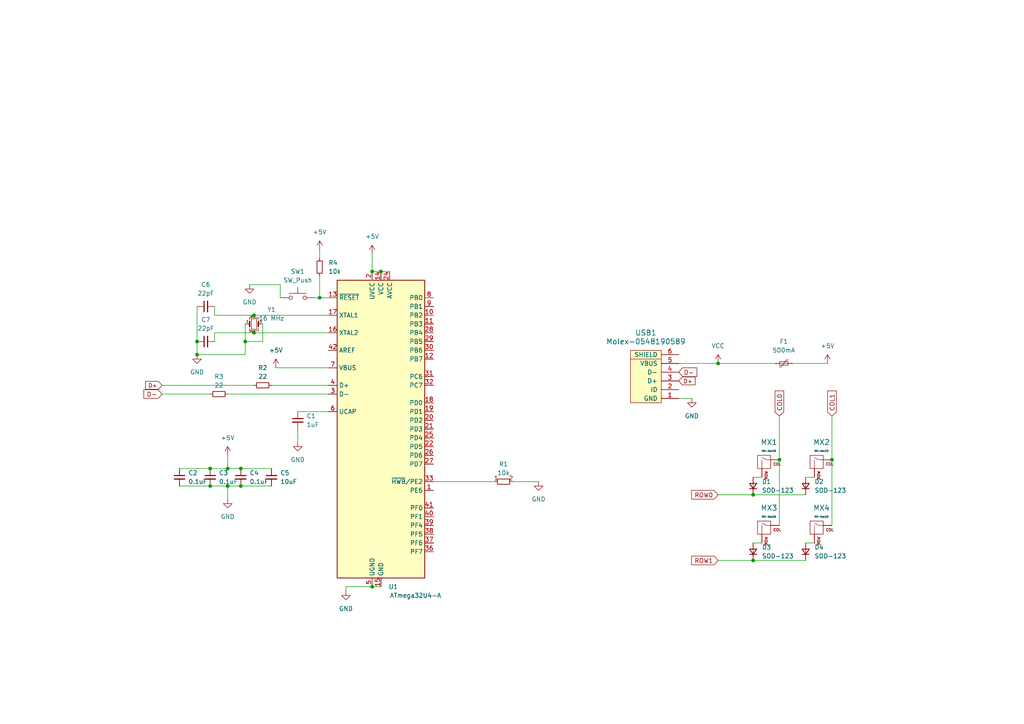
<source format=kicad_sch>
(kicad_sch (version 20230121) (generator eeschema)
  (paper "A4")
  (lib_symbols
    (symbol "Device:C_Small" (pin_numbers hide) (pin_names (offset 0.254) hide)
      (property "Reference" "C" (at 0.254 1.778 0))
      (property "Value" "C_Small" (at 0.254 -2.032 0))
      (symbol "C_Small_0_1"
        (polyline (pts (xy -1.524 -0.508) (xy 1.524 -0.508)) (stroke (width 0.3302)))
        (polyline (pts (xy -1.524 0.508) (xy 1.524 0.508)) (stroke (width 0.3048)))
      )
      (symbol "C_Small_1_1"
        (pin passive line (at 0 2.54 270) (length 2.032) (name "~") (number "1"))
        (pin passive line (at 0 -2.54 90) (length 2.032) (name "~") (number "2"))
      )
    )
    (symbol "Device:Crystal_GND24_Small" (pin_names (offset 1.016) hide)
      (property "Reference" "Y" (at 1.27 4.445 0))
      (property "Value" "Crystal_GND24_Small" (at 1.27 2.54 0))
      (symbol "Crystal_GND24_Small_0_1"
        (rectangle (start -0.762 -1.524) (end 0.762 1.524))
        (polyline (pts (xy -1.27 -0.762) (xy -1.27 0.762)) (stroke (width 0.381)))
        (polyline (pts (xy 1.27 -0.762) (xy 1.27 0.762)) (stroke (width 0.381)))
        (polyline (pts (xy -1.27 -1.27) (xy -1.27 -1.905) (xy 1.27 -1.905) (xy 1.27 -1.27)))
        (polyline (pts (xy -1.27 1.27) (xy -1.27 1.905) (xy 1.27 1.905) (xy 1.27 1.27)))
      )
      (symbol "Crystal_GND24_Small_1_1"
        (pin passive line (at -2.54 0 0) (length 1.27) (name "1") (number "1"))
        (pin passive line (at 0 -2.54 90) (length 0.635) (name "2") (number "2"))
        (pin passive line (at 2.54 0 180) (length 1.27) (name "3") (number "3"))
        (pin passive line (at 0 2.54 270) (length 0.635) (name "4") (number "4"))
      )
    )
    (symbol "Device:D_Small" (pin_numbers hide) (pin_names (offset 0.254) hide)
      (property "Reference" "D" (at -1.27 2.032 0))
      (property "Value" "D_Small" (at -3.81 -2.032 0))
      (symbol "D_Small_0_1"
        (polyline (pts (xy -0.762 -1.016) (xy -0.762 1.016)) (stroke (width 0.254)))
        (polyline (pts (xy -0.762 0) (xy 0.762 0)))
        (polyline (pts (xy 0.762 -1.016) (xy -0.762 0) (xy 0.762 1.016) (xy 0.762 -1.016)) (stroke (width 0.254)))
      )
      (symbol "D_Small_1_1"
        (pin passive line (at -2.54 0 0) (length 1.778) (name "K") (number "1"))
        (pin passive line (at 2.54 0 180) (length 1.778) (name "A") (number "2"))
      )
    )
    (symbol "Device:Polyfuse_Small" (pin_numbers hide) (pin_names (offset 0))
      (property "Reference" "F" (at -1.905 0 90))
      (property "Value" "Polyfuse_Small" (at 1.905 0 90))
      (symbol "Polyfuse_Small_0_1"
        (rectangle (start -0.508 1.27) (end 0.508 -1.27))
        (polyline (pts (xy 0 2.54) (xy 0 -2.54)))
        (polyline (pts (xy -1.016 1.27) (xy -1.016 0.762) (xy 1.016 -0.762) (xy 1.016 -1.27)))
      )
      (symbol "Polyfuse_Small_1_1"
        (pin passive line (at 0 2.54 270) (length 0.635) (name "~") (number "1"))
        (pin passive line (at 0 -2.54 90) (length 0.635) (name "~") (number "2"))
      )
    )
    (symbol "Device:R_Small" (pin_names (offset 0.254) hide)
      (property "Reference" "R" (at 0.762 0.508 0))
      (property "Value" "R_Small" (at 0.762 -1.016 0))
      (symbol "R_Small_0_1"
        (rectangle (start -0.762 1.778) (end 0.762 -1.778) (stroke (width 0.2032)))
      )
      (symbol "R_Small_1_1"
        (pin passive line (at 0 2.54 270) (length 0.762) (name "~") (number "1"))
        (pin passive line (at 0 -2.54 90) (length 0.762) (name "~") (number "2"))
      )
    )
    (symbol "MCU_Microchip_ATmega:ATmega32U4-A"
      (property "Reference" "U" (at -12.7 44.45 0))
      (property "Value" "ATmega32U4-A" (at 2.54 -44.45 0))
      (symbol "ATmega32U4-A_0_1"
        (rectangle (start -12.7 -43.18) (end 12.7 43.18) (stroke (width 0.254)) (fill (type background)))
      )
      (symbol "ATmega32U4-A_1_1"
        (pin bidirectional line (at 15.24 -17.78 180) (length 2.54) (name "PE6") (number "1"))
        (pin bidirectional line (at 15.24 33.02 180) (length 2.54) (name "PB2") (number "10"))
        (pin bidirectional line (at 15.24 30.48 180) (length 2.54) (name "PB3") (number "11"))
        (pin bidirectional line (at 15.24 20.32 180) (length 2.54) (name "PB7") (number "12"))
        (pin input line (at -15.24 38.1 0) (length 2.54) (name "~{RESET}") (number "13"))
        (pin power_in line (at 0 45.72 270) (length 2.54) (name "VCC") (number "14"))
        (pin power_in line (at 0 -45.72 90) (length 2.54) (name "GND") (number "15"))
        (pin output line (at -15.24 27.94 0) (length 2.54) (name "XTAL2") (number "16"))
        (pin input line (at -15.24 33.02 0) (length 2.54) (name "XTAL1") (number "17"))
        (pin bidirectional line (at 15.24 7.62 180) (length 2.54) (name "PD0") (number "18"))
        (pin bidirectional line (at 15.24 5.08 180) (length 2.54) (name "PD1") (number "19"))
        (pin power_in line (at -2.54 45.72 270) (length 2.54) (name "UVCC") (number "2"))
        (pin bidirectional line (at 15.24 2.54 180) (length 2.54) (name "PD2") (number "20"))
        (pin bidirectional line (at 15.24 0 180) (length 2.54) (name "PD3") (number "21"))
        (pin bidirectional line (at 15.24 -5.08 180) (length 2.54) (name "PD5") (number "22"))
        (pin passive line (at 0 -45.72 90) (length 2.54) hide (name "GND") (number "23"))
        (pin power_in line (at 2.54 45.72 270) (length 2.54) (name "AVCC") (number "24"))
        (pin bidirectional line (at 15.24 -2.54 180) (length 2.54) (name "PD4") (number "25"))
        (pin bidirectional line (at 15.24 -7.62 180) (length 2.54) (name "PD6") (number "26"))
        (pin bidirectional line (at 15.24 -10.16 180) (length 2.54) (name "PD7") (number "27"))
        (pin bidirectional line (at 15.24 27.94 180) (length 2.54) (name "PB4") (number "28"))
        (pin bidirectional line (at 15.24 25.4 180) (length 2.54) (name "PB5") (number "29"))
        (pin bidirectional line (at -15.24 10.16 0) (length 2.54) (name "D-") (number "3"))
        (pin bidirectional line (at 15.24 22.86 180) (length 2.54) (name "PB6") (number "30"))
        (pin bidirectional line (at 15.24 15.24 180) (length 2.54) (name "PC6") (number "31"))
        (pin bidirectional line (at 15.24 12.7 180) (length 2.54) (name "PC7") (number "32"))
        (pin bidirectional line (at 15.24 -15.24 180) (length 2.54) (name "~{HWB}/PE2") (number "33"))
        (pin passive line (at 0 45.72 270) (length 2.54) hide (name "VCC") (number "34"))
        (pin passive line (at 0 -45.72 90) (length 2.54) hide (name "GND") (number "35"))
        (pin bidirectional line (at 15.24 -35.56 180) (length 2.54) (name "PF7") (number "36"))
        (pin bidirectional line (at 15.24 -33.02 180) (length 2.54) (name "PF6") (number "37"))
        (pin bidirectional line (at 15.24 -30.48 180) (length 2.54) (name "PF5") (number "38"))
        (pin bidirectional line (at 15.24 -27.94 180) (length 2.54) (name "PF4") (number "39"))
        (pin bidirectional line (at -15.24 12.7 0) (length 2.54) (name "D+") (number "4"))
        (pin bidirectional line (at 15.24 -25.4 180) (length 2.54) (name "PF1") (number "40"))
        (pin bidirectional line (at 15.24 -22.86 180) (length 2.54) (name "PF0") (number "41"))
        (pin passive line (at -15.24 22.86 0) (length 2.54) (name "AREF") (number "42"))
        (pin passive line (at 0 -45.72 90) (length 2.54) hide (name "GND") (number "43"))
        (pin passive line (at 2.54 45.72 270) (length 2.54) hide (name "AVCC") (number "44"))
        (pin passive line (at -2.54 -45.72 90) (length 2.54) (name "UGND") (number "5"))
        (pin passive line (at -15.24 5.08 0) (length 2.54) (name "UCAP") (number "6"))
        (pin input line (at -15.24 17.78 0) (length 2.54) (name "VBUS") (number "7"))
        (pin bidirectional line (at 15.24 38.1 180) (length 2.54) (name "PB0") (number "8"))
        (pin bidirectional line (at 15.24 35.56 180) (length 2.54) (name "PB1") (number "9"))
      )
    )
    (symbol "MX_Alps_Hybrid:MX-NoLED" (pin_names (offset 1.016))
      (property "Reference" "MX" (at -0.635 3.81 0))
      (property "Value" "MX-NoLED" (at -0.635 1.27 0))
      (symbol "MX-NoLED_0_0"
        (rectangle (start -2.54 2.54) (end 1.27 -1.27))
        (polyline (pts (xy -1.27 -1.27) (xy -1.27 1.27)) (stroke (width 0.127)))
        (polyline (pts (xy 1.27 1.27) (xy 0 1.27) (xy -1.27 1.905)) (stroke (width 0.127)))
        (text "COL" (at 3.175 0 0) (effects (font (size 0.762 0.762))))
        (text "ROW" (at 0 -1.905 900) (effects (font (size 0.762 0.762)) (justify right)))
      )
      (symbol "MX-NoLED_1_1"
        (pin passive line (at 3.81 1.27 180) (length 2.54) (name "COL") (number "1"))
        (pin passive line (at -1.27 -3.81 90) (length 2.54) (name "ROW") (number "2"))
      )
    )
    (symbol "R_Small_1" (pin_numbers hide) (pin_names (offset 0.254) hide)
      (property "Reference" "R" (at 0.762 0.508 0))
      (property "Value" "R_Small" (at 0.762 -1.016 0))
      (symbol "R_Small_1_0_1"
        (rectangle (start -0.762 1.778) (end 0.762 -1.778) (stroke (width 0.2032)))
      )
      (symbol "R_Small_1_1_1"
        (pin passive line (at 0 2.54 270) (length 0.762) (name "~") (number "1"))
        (pin passive line (at 0 -2.54 90) (length 0.762) (name "~") (number "2"))
      )
    )
    (symbol "R_Small_2" (pin_numbers hide) (pin_names (offset 0.254) hide)
      (property "Reference" "R" (at 0.762 0.508 0))
      (property "Value" "R_Small" (at 0.762 -1.016 0))
      (symbol "R_Small_2_0_1"
        (rectangle (start -0.762 1.778) (end 0.762 -1.778) (stroke (width 0.2032)))
      )
      (symbol "R_Small_2_1_1"
        (pin passive line (at 0 2.54 270) (length 0.762) (name "~") (number "1"))
        (pin passive line (at 0 -2.54 90) (length 0.762) (name "~") (number "2"))
      )
    )
    (symbol "Switch:SW_Push" (pin_numbers hide) (pin_names (offset 1.016) hide)
      (property "Reference" "SW" (at 1.27 2.54 0))
      (property "Value" "SW_Push" (at 0 -1.524 0))
      (symbol "SW_Push_0_1"
        (circle (center -2.032 0) (radius 0.508))
        (polyline (pts (xy 0 1.27) (xy 0 3.048)))
        (polyline (pts (xy 2.54 1.27) (xy -2.54 1.27)))
        (circle (center 2.032 0) (radius 0.508))
        (pin passive line (at -5.08 0 0) (length 2.54) (name "1") (number "1"))
        (pin passive line (at 5.08 0 180) (length 2.54) (name "2") (number "2"))
      )
    )
    (symbol "power:+5V" (power) (pin_names (offset 0))
      (property "Value" "+5V" (at 0 3.556 0))
      (symbol "+5V_0_1"
        (polyline (pts (xy -0.762 1.27) (xy 0 2.54)))
        (polyline (pts (xy 0 0) (xy 0 2.54)))
        (polyline (pts (xy 0 2.54) (xy 0.762 1.27)))
      )
      (symbol "+5V_1_1"
        (pin power_in line (at 0 0 90) (length 0) hide (name "+5V") (number "1"))
      )
    )
    (symbol "power:GND" (power) (pin_names (offset 0))
      (property "Value" "GND" (at 0 -3.81 0))
      (symbol "GND_0_1"
        (polyline (pts (xy 0 0) (xy 0 -1.27) (xy 1.27 -1.27) (xy 0 -2.54) (xy -1.27 -1.27) (xy 0 -1.27)))
      )
      (symbol "GND_1_1"
        (pin power_in line (at 0 0 270) (length 0) hide (name "GND") (number "1"))
      )
    )
    (symbol "power:VCC" (power) (pin_names (offset 0))
      (property "Value" "VCC" (at 0 3.81 0))
      (symbol "VCC_0_1"
        (polyline (pts (xy -0.762 1.27) (xy 0 2.54)))
        (polyline (pts (xy 0 0) (xy 0 2.54)))
        (polyline (pts (xy 0 2.54) (xy 0.762 1.27)))
      )
      (symbol "VCC_1_1"
        (pin power_in line (at 0 0 90) (length 0) hide (name "VCC") (number "1"))
      )
    )
    (symbol "random-keyboard-parts:Molex-0548190589" (pin_names (offset 1.016))
      (property "Reference" "USB" (at 0 7.62 0))
      (property "Value" "Molex-0548190589" (at 0 10.16 0))
      (symbol "Molex-0548190589_0_0"
        (polyline (pts (xy 6.35 -2.54) (xy 6.35 6.35)))
        (rectangle (start 8.89 -2.54) (end -6.35 6.35) (fill (type background)))
      )
      (symbol "Molex-0548190589_1_1"
        (pin input line (at -5.08 -7.62 90) (length 5.08) (name "GND") (number "1"))
        (pin input line (at -2.54 -7.62 90) (length 5.08) (name "ID") (number "2"))
        (pin input line (at 0 -7.62 90) (length 5.08) (name "D+") (number "3"))
        (pin input line (at 2.54 -7.62 90) (length 5.08) (name "D-") (number "4"))
        (pin input line (at 5.08 -7.62 90) (length 5.08) (name "VBUS") (number "5"))
        (pin input line (at 7.62 -7.62 90) (length 5.08) (name "SHIELD") (number "6"))
      )
    )
  )
  (junction (at 92.71 86.36))
  (junction (at 66.04 140.97))
  (junction (at 110.49 78.74))
  (junction (at 66.04 135.89))
  (junction (at 208.28 105.41))
  (junction (at 107.95 78.74))
  (junction (at 241.3 133.35))
  (junction (at 107.95 170.18))
  (junction (at 226.06 133.35))
  (junction (at 71.12 99.06))
  (junction (at 60.96 135.89))
  (junction (at 57.15 99.06))
  (junction (at 218.44 162.56))
  (junction (at 60.96 140.97))
  (junction (at 73.66 91.44))
  (junction (at 73.66 96.52))
  (junction (at 69.85 140.97))
  (junction (at 57.15 102.87))
  (junction (at 69.85 135.89))
  (junction (at 218.44 143.51))
  (wire (pts (xy 66.04 135.89) (xy 69.85 135.89)))
  (wire (pts (xy 86.36 119.38) (xy 95.25 119.38)))
  (wire (pts (xy 52.07 140.97) (xy 60.96 140.97)))
  (wire (pts (xy 110.49 78.74) (xy 113.03 78.74)))
  (wire (pts (xy 92.71 86.36) (xy 95.25 86.36)))
  (wire (pts (xy 107.95 73.66) (xy 107.95 78.74)))
  (wire (pts (xy 148.59 139.7) (xy 156.21 139.7)))
  (wire (pts (xy 60.96 140.97) (xy 66.04 140.97)))
  (wire (pts (xy 72.39 82.55) (xy 81.28 82.55)))
  (wire (pts (xy 76.2 93.98) (xy 76.2 99.06)))
  (wire (pts (xy 241.3 120.65) (xy 241.3 133.35)))
  (wire (pts (xy 71.12 99.06) (xy 76.2 99.06)))
  (wire (pts (xy 208.28 105.41) (xy 224.79 105.41)))
  (wire (pts (xy 66.04 140.97) (xy 69.85 140.97)))
  (wire (pts (xy 241.3 133.35) (xy 241.3 152.4)))
  (wire (pts (xy 71.12 99.06) (xy 71.12 102.87)))
  (wire (pts (xy 226.06 120.65) (xy 226.06 133.35)))
  (wire (pts (xy 86.36 124.46) (xy 86.36 128.27)))
  (wire (pts (xy 107.95 170.18) (xy 100.33 170.18)))
  (wire (pts (xy 81.28 86.36) (xy 81.28 82.55)))
  (wire (pts (xy 62.23 88.9) (xy 62.23 91.44)))
  (wire (pts (xy 226.06 133.35) (xy 226.06 152.4)))
  (wire (pts (xy 92.71 72.39) (xy 92.71 74.93)))
  (wire (pts (xy 73.66 91.44) (xy 62.23 91.44)))
  (wire (pts (xy 71.12 93.98) (xy 71.12 99.06)))
  (wire (pts (xy 69.85 140.97) (xy 78.74 140.97)))
  (wire (pts (xy 92.71 80.01) (xy 92.71 86.36)))
  (wire (pts (xy 208.28 162.56) (xy 218.44 162.56)))
  (wire (pts (xy 125.73 139.7) (xy 143.51 139.7)))
  (wire (pts (xy 229.87 105.41) (xy 240.03 105.41)))
  (wire (pts (xy 60.96 135.89) (xy 66.04 135.89)))
  (wire (pts (xy 196.85 115.57) (xy 200.66 115.57)))
  (wire (pts (xy 218.44 157.48) (xy 220.98 157.48)))
  (wire (pts (xy 73.66 91.44) (xy 95.25 91.44)))
  (wire (pts (xy 62.23 96.52) (xy 62.23 99.06)))
  (wire (pts (xy 78.74 111.76) (xy 95.25 111.76)))
  (wire (pts (xy 66.04 114.3) (xy 95.25 114.3)))
  (wire (pts (xy 233.68 138.43) (xy 236.22 138.43)))
  (wire (pts (xy 91.44 86.36) (xy 92.71 86.36)))
  (wire (pts (xy 218.44 143.51) (xy 233.68 143.51)))
  (wire (pts (xy 73.66 96.52) (xy 95.25 96.52)))
  (wire (pts (xy 66.04 132.08) (xy 66.04 135.89)))
  (wire (pts (xy 208.28 143.51) (xy 218.44 143.51)))
  (wire (pts (xy 100.33 170.18) (xy 100.33 171.45)))
  (wire (pts (xy 69.85 135.89) (xy 78.74 135.89)))
  (wire (pts (xy 46.99 114.3) (xy 60.96 114.3)))
  (wire (pts (xy 73.66 96.52) (xy 62.23 96.52)))
  (wire (pts (xy 218.44 162.56) (xy 233.68 162.56)))
  (wire (pts (xy 107.95 78.74) (xy 110.49 78.74)))
  (wire (pts (xy 196.85 105.41) (xy 208.28 105.41)))
  (wire (pts (xy 66.04 140.97) (xy 66.04 144.78)))
  (wire (pts (xy 233.68 157.48) (xy 236.22 157.48)))
  (wire (pts (xy 57.15 99.06) (xy 57.15 102.87)))
  (wire (pts (xy 71.12 102.87) (xy 57.15 102.87)))
  (wire (pts (xy 110.49 170.18) (xy 107.95 170.18)))
  (wire (pts (xy 52.07 135.89) (xy 60.96 135.89)))
  (wire (pts (xy 46.99 111.76) (xy 73.66 111.76)))
  (wire (pts (xy 80.01 106.68) (xy 95.25 106.68)))
  (wire (pts (xy 218.44 138.43) (xy 220.98 138.43)))
  (wire (pts (xy 57.15 88.9) (xy 57.15 99.06)))
  (global_label "D-" (shape input) (at 196.85 107.95 0) (property "Intersheetrefs" "${INTERSHEET_REFS}" (effects hide)))
  (global_label "ROW1" (shape input) (at 208.28 162.56 180) (property "Intersheetrefs" "${INTERSHEET_REFS}" (effects hide)))
  (global_label "COL0" (shape input) (at 226.06 120.65 90) (property "Intersheetrefs" "${INTERSHEET_REFS}" (effects hide)))
  (global_label "D+" (shape input) (at 46.99 111.76 180) (effects (font (size 1.15 1.15))) (property "Intersheetrefs" "${INTERSHEET_REFS}" (effects hide)))
  (global_label "COL1" (shape input) (at 241.3 120.65 90) (property "Intersheetrefs" "${INTERSHEET_REFS}" (effects hide)))
  (global_label "D+" (shape input) (at 196.85 110.49 0) (effects (font (size 1.15 1.15))) (property "Intersheetrefs" "${INTERSHEET_REFS}" (effects hide)))
  (global_label "ROW0" (shape input) (at 208.28 143.51 180) (property "Intersheetrefs" "${INTERSHEET_REFS}" (effects hide)))
  (global_label "D-" (shape input) (at 46.99 114.3 180) (property "Intersheetrefs" "${INTERSHEET_REFS}" (effects hide)))
  (symbol (lib_id "power:+5V") (at 240.03 105.41 0) (unit 1)
    (property "Reference" "#PWR012" (effects hide))
    (property "Value" "+5V" (at 240.03 100.33 0))
  )
  (symbol (lib_id "power:VCC") (at 208.28 105.41 0) (unit 1)
    (property "Reference" "#PWR011" (effects hide))
    (property "Value" "VCC" (at 208.28 100.33 0))
  )
  (symbol (lib_id "Device:Crystal_GND24_Small") (at 73.66 93.98 0) (unit 1)
    (property "Reference" "Y1" (at 78.74 89.7891 0))
    (property "Value" "16 MHz" (at 78.74 92.3291 0))
  )
  (symbol (lib_id "power:GND") (at 57.15 102.87 0) (unit 1)
    (property "Reference" "#PWR08" (effects hide))
    (property "Value" "GND" (at 57.15 107.95 0))
  )
  (symbol (lib_id "random-keyboard-parts:Molex-0548190589") (at 189.23 110.49 90) (unit 1)
    (property "Reference" "USB1" (at 187.325 96.52 90) (effects (font (size 1.524 1.524))))
    (property "Value" "Molex-0548190589" (at 187.325 99.06 90) (effects (font (size 1.524 1.524))))
  )
  (symbol (lib_id "Device:C_Small") (at 60.96 138.43 0) (unit 1)
    (property "Reference" "C3" (at 63.5 137.1663 0) (effects (justify left)))
    (property "Value" "0.1uF" (at 63.5 139.7063 0) (effects (justify left)))
  )
  (symbol (lib_id "Device:D_Small") (at 233.68 140.97 90) (unit 1)
    (property "Reference" "D2" (at 236.22 139.7 90) (effects (justify right)))
    (property "Value" "SOD-123" (at 236.22 142.24 90) (effects (justify right)))
    (property "Sim.Device" "D" (effects hide))
    (property "Sim.Pins" "1=K 2=A" (effects hide))
  )
  (symbol (lib_id "power:GND") (at 66.04 144.78 0) (unit 1)
    (property "Reference" "#PWR05" (effects hide))
    (property "Value" "GND" (at 66.04 149.86 0))
  )
  (symbol (lib_id "power:+5V") (at 107.95 73.66 0) (unit 1)
    (property "Reference" "#PWR01" (effects hide))
    (property "Value" "+5V" (at 107.95 68.58 0))
  )
  (symbol (lib_id "Device:C_Small") (at 78.74 138.43 0) (unit 1)
    (property "Reference" "C5" (at 81.28 137.1663 0) (effects (justify left)))
    (property "Value" "10uF" (at 81.28 139.7063 0) (effects (justify left)))
  )
  (symbol (lib_id "power:GND") (at 86.36 128.27 0) (unit 1)
    (property "Reference" "#PWR04" (effects hide))
    (property "Value" "GND" (at 86.36 133.35 0))
  )
  (symbol (lib_id "Device:Polyfuse_Small") (at 227.33 105.41 90) (unit 1)
    (property "Reference" "F1" (at 227.33 99.06 90))
    (property "Value" "500mA" (at 227.33 101.6 90))
  )
  (symbol (lib_id "MX_Alps_Hybrid:MX-NoLED") (at 237.49 153.67 0) (unit 1)
    (property "Reference" "MX4" (at 238.2757 147.32 0) (effects (font (size 1.524 1.524))))
    (property "Value" "MX-NoLED" (at 238.2757 149.86 0) (effects (font (size 0.508 0.508))))
  )
  (symbol (lib_id "Device:C_Small") (at 52.07 138.43 0) (unit 1)
    (property "Reference" "C2" (at 54.61 137.1663 0) (effects (justify left)))
    (property "Value" "0.1uF" (at 54.61 139.7063 0) (effects (justify left)))
  )
  (symbol (lib_name "R_Small_1") (lib_id "Device:R_Small") (at 76.2 111.76 90) (unit 1)
    (property "Reference" "R2" (at 76.2 106.68 90))
    (property "Value" "22" (at 76.2 109.22 90))
  )
  (symbol (lib_id "MX_Alps_Hybrid:MX-NoLED") (at 222.25 153.67 0) (unit 1)
    (property "Reference" "MX3" (at 223.0357 147.32 0) (effects (font (size 1.524 1.524))))
    (property "Value" "MX-NoLED" (at 223.0357 149.86 0) (effects (font (size 0.508 0.508))))
  )
  (symbol (lib_id "power:GND") (at 100.33 171.45 0) (unit 1)
    (property "Reference" "#PWR02" (effects hide))
    (property "Value" "GND" (at 100.33 176.53 0))
  )
  (symbol (lib_id "Switch:SW_Push") (at 86.36 86.36 0) (unit 1)
    (property "Reference" "SW1" (at 86.36 78.74 0))
    (property "Value" "SW_Push" (at 86.36 81.28 0))
  )
  (symbol (lib_id "power:GND") (at 72.39 82.55 0) (unit 1)
    (property "Reference" "#PWR09" (effects hide))
    (property "Value" "GND" (at 72.39 87.63 0))
  )
  (symbol (lib_id "power:+5V") (at 66.04 132.08 0) (unit 1)
    (property "Reference" "#PWR06" (effects hide))
    (property "Value" "+5V" (at 66.04 127 0))
  )
  (symbol (lib_id "Device:C_Small") (at 86.36 121.92 0) (unit 1)
    (property "Reference" "C1" (at 88.9 120.6563 0) (effects (justify left)))
    (property "Value" "1uF" (at 88.9 123.1963 0) (effects (justify left)))
  )
  (symbol (lib_id "power:+5V") (at 92.71 72.39 0) (unit 1)
    (property "Reference" "#PWR010" (effects hide))
    (property "Value" "+5V" (at 92.71 67.31 0))
  )
  (symbol (lib_name "R_Small_2") (lib_id "Device:R_Small") (at 92.71 77.47 0) (unit 1)
    (property "Reference" "R4" (at 95.25 76.2 0) (effects (justify left)))
    (property "Value" "10k" (at 95.25 78.74 0) (effects (justify left)))
  )
  (symbol (lib_id "Device:D_Small") (at 233.68 160.02 90) (unit 1)
    (property "Reference" "D4" (at 236.22 158.75 90) (effects (justify right)))
    (property "Value" "SOD-123" (at 236.22 161.29 90) (effects (justify right)))
    (property "Sim.Device" "D" (effects hide))
    (property "Sim.Pins" "1=K 2=A" (effects hide))
  )
  (symbol (lib_name "R_Small_1") (lib_id "Device:R_Small") (at 63.5 114.3 90) (unit 1)
    (property "Reference" "R3" (at 63.5 109.22 90))
    (property "Value" "22" (at 63.5 111.76 90))
  )
  (symbol (lib_id "Device:R_Small") (at 146.05 139.7 90) (unit 1)
    (property "Reference" "R1" (at 146.05 134.62 90))
    (property "Value" "10k" (at 146.05 137.16 90))
  )
  (symbol (lib_id "MX_Alps_Hybrid:MX-NoLED") (at 237.49 134.62 0) (unit 1)
    (property "Reference" "MX2" (at 238.2757 128.27 0) (effects (font (size 1.524 1.524))))
    (property "Value" "MX-NoLED" (at 238.2757 130.81 0) (effects (font (size 0.508 0.508))))
  )
  (symbol (lib_id "MX_Alps_Hybrid:MX-NoLED") (at 222.25 134.62 0) (unit 1)
    (property "Reference" "MX1" (at 223.0357 128.27 0) (effects (font (size 1.524 1.524))))
    (property "Value" "MX-NoLED" (at 223.0357 130.81 0) (effects (font (size 0.508 0.508))))
  )
  (symbol (lib_id "power:GND") (at 200.66 115.57 0) (unit 1)
    (property "Reference" "#PWR013" (effects hide))
    (property "Value" "GND" (at 200.66 120.65 0))
  )
  (symbol (lib_id "Device:D_Small") (at 218.44 160.02 90) (unit 1)
    (property "Reference" "D3" (at 220.98 158.75 90) (effects (justify right)))
    (property "Value" "SOD-123" (at 220.98 161.29 90) (effects (justify right)))
    (property "Sim.Device" "D" (effects hide))
    (property "Sim.Pins" "1=K 2=A" (effects hide))
  )
  (symbol (lib_id "Device:C_Small") (at 69.85 138.43 0) (unit 1)
    (property "Reference" "C4" (at 72.39 137.1663 0) (effects (justify left)))
    (property "Value" "0.1uF" (at 72.39 139.7063 0) (effects (justify left)))
  )
  (symbol (lib_id "Device:C_Small") (at 59.69 88.9 90) (unit 1)
    (property "Reference" "C6" (at 59.6963 82.55 90))
    (property "Value" "22pF" (at 59.6963 85.09 90))
  )
  (symbol (lib_id "Device:C_Small") (at 59.69 99.06 90) (unit 1)
    (property "Reference" "C7" (at 59.6963 92.71 90))
    (property "Value" "22pF" (at 59.6963 95.25 90))
  )
  (symbol (lib_id "power:+5V") (at 80.01 106.68 0) (unit 1)
    (property "Reference" "#PWR07" (effects hide))
    (property "Value" "+5V" (at 80.01 101.6 0))
  )
  (symbol (lib_id "MCU_Microchip_ATmega:ATmega32U4-A") (at 110.49 124.46 0) (unit 1)
    (property "Reference" "U1" (at 112.7042 170.18 0) (effects (justify left)))
    (property "Value" "ATmega32U4-A" (at 113.03 172.72 0) (effects (justify left)))
    (property "Footprint" "Package_QFP:TQFP-44_10x10mm_P0.8mm" (effects hide))
    (property "Datasheet" "http://ww1.microchip.com/downloads/en/DeviceDoc/Atmel-7766-8-bit-AVR-ATmega16U4-32U4_Datasheet.pdf" (effects hide))
  )
  (symbol (lib_id "power:GND") (at 156.21 139.7 0) (unit 1)
    (property "Reference" "#PWR03" (effects hide))
    (property "Value" "GND" (at 156.21 144.78 0))
  )
  (symbol (lib_id "Device:D_Small") (at 218.44 140.97 90) (unit 1)
    (property "Reference" "D1" (at 220.98 139.7 90) (effects (justify right)))
    (property "Value" "SOD-123" (at 220.98 142.24 90) (effects (justify right)))
    (property "Sim.Device" "D" (effects hide))
    (property "Sim.Pins" "1=K 2=A" (effects hide))
  )
)
</source>
